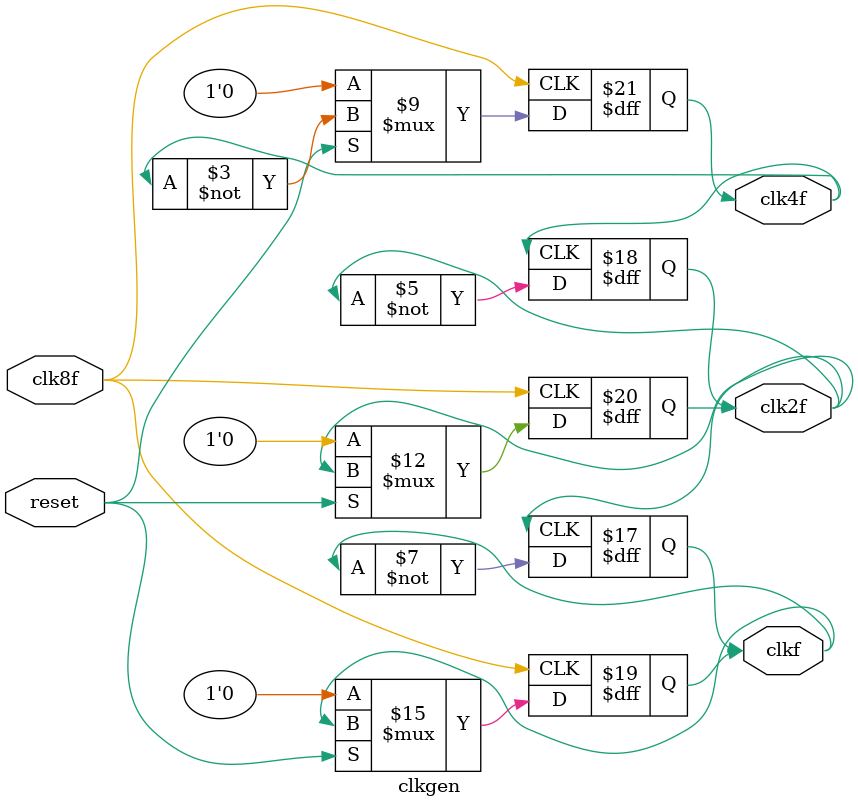
<source format=v>
module clkgen (  
    output reg              clkf,       //Cuatro señales de reloj, la fundamental es 8f Hz
    output reg              clk2f,      //clk4f tiene una frecuencia de 4f Hz,
    output reg              clk4f,      //clk2f de 2f Hz y clkf de f Hz
    input                   clk8f,
    input                   reset);      

/*always @(posedge clk) begin
    {clkf, clk2f, clk4f} <= {clkf, clk2f, clk4f} + 1;
end*/

always @(posedge clk8f) begin
    if (reset == 0) begin
        clk4f <= 0;
        clk2f <= 0;
        clkf <= 0;
    end
    else begin
        clk4f <= ~clk4f;
    end
end

always @(posedge clk4f) begin
    clk2f <= ~clk2f;
end

always @(posedge clk2f) begin
    clkf <= ~clkf;
end

endmodule

</source>
